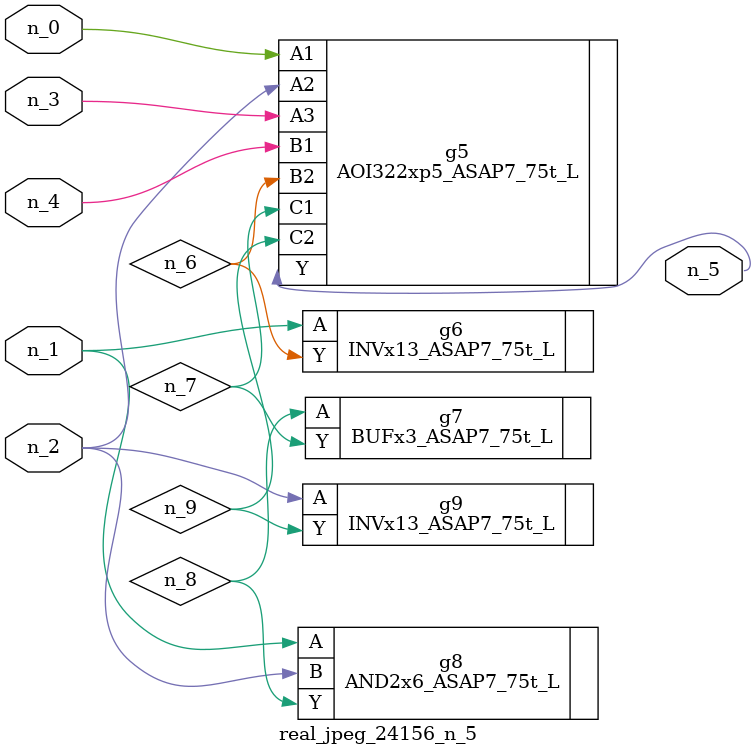
<source format=v>
module real_jpeg_24156_n_5 (n_4, n_0, n_1, n_2, n_3, n_5);

input n_4;
input n_0;
input n_1;
input n_2;
input n_3;

output n_5;

wire n_8;
wire n_6;
wire n_7;
wire n_9;

AOI322xp5_ASAP7_75t_L g5 ( 
.A1(n_0),
.A2(n_2),
.A3(n_3),
.B1(n_4),
.B2(n_6),
.C1(n_7),
.C2(n_9),
.Y(n_5)
);

INVx13_ASAP7_75t_L g6 ( 
.A(n_1),
.Y(n_6)
);

AND2x6_ASAP7_75t_L g8 ( 
.A(n_1),
.B(n_2),
.Y(n_8)
);

INVx13_ASAP7_75t_L g9 ( 
.A(n_2),
.Y(n_9)
);

BUFx3_ASAP7_75t_L g7 ( 
.A(n_8),
.Y(n_7)
);


endmodule
</source>
